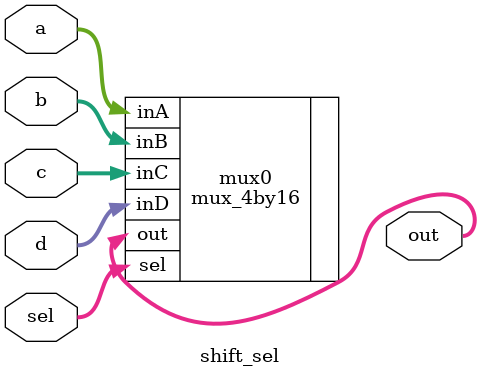
<source format=v>
module shift_sel (a, b, c, d, sel, out);

    input [15:0] a;
    input [15:0] b;
    input [15:0] c;
    input [15:0] d;
    input [1:0] sel;
    
    output [15:0] out;
    
    mux_4by16 mux0 (.inA(a[15:0]), .inB(b[15:0]), .inC(c[15:0]), .inD(d[15:0]), .sel(sel[1:0]), .out(out[15:0]));
    
endmodule

</source>
